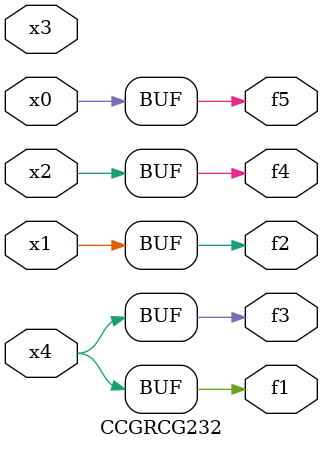
<source format=v>
module CCGRCG232(
	input x0, x1, x2, x3, x4,
	output f1, f2, f3, f4, f5
);
	assign f1 = x4;
	assign f2 = x1;
	assign f3 = x4;
	assign f4 = x2;
	assign f5 = x0;
endmodule

</source>
